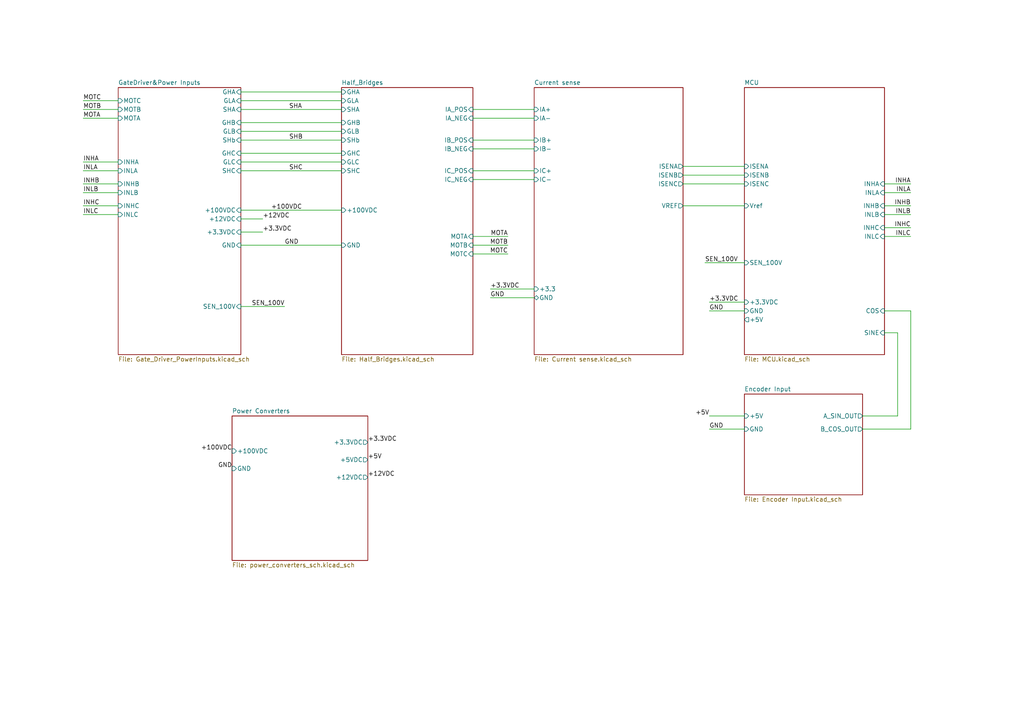
<source format=kicad_sch>
(kicad_sch
	(version 20250114)
	(generator "eeschema")
	(generator_version "9.0")
	(uuid "3e1046b6-e265-4cdd-8404-c358cfc105fe")
	(paper "A4")
	(title_block
		(date "2025-04-19")
		(rev "1")
	)
	(lib_symbols)
	(wire
		(pts
			(xy 24.13 49.53) (xy 34.29 49.53)
		)
		(stroke
			(width 0)
			(type default)
		)
		(uuid "0bb6813a-ef5a-4e9c-a838-3b4729bafff8")
	)
	(wire
		(pts
			(xy 137.16 34.29) (xy 154.94 34.29)
		)
		(stroke
			(width 0)
			(type default)
		)
		(uuid "14409c0d-1da1-442a-a239-5b29c52d79fc")
	)
	(wire
		(pts
			(xy 205.74 120.65) (xy 215.9 120.65)
		)
		(stroke
			(width 0)
			(type default)
		)
		(uuid "1d363c5d-ed17-424f-8d25-ea8ce4ccf227")
	)
	(wire
		(pts
			(xy 76.2 67.31) (xy 69.85 67.31)
		)
		(stroke
			(width 0)
			(type default)
		)
		(uuid "23c9ef9d-f132-4525-9463-744c9f87c575")
	)
	(wire
		(pts
			(xy 250.19 124.46) (xy 264.16 124.46)
		)
		(stroke
			(width 0)
			(type default)
		)
		(uuid "2998d84b-34f5-46cb-824f-3fd9cd677adb")
	)
	(wire
		(pts
			(xy 24.13 29.21) (xy 34.29 29.21)
		)
		(stroke
			(width 0)
			(type default)
		)
		(uuid "2cda8b61-ef0b-476b-91e9-06e740713639")
	)
	(wire
		(pts
			(xy 76.2 63.5) (xy 69.85 63.5)
		)
		(stroke
			(width 0)
			(type default)
		)
		(uuid "32e01962-6210-453a-b19b-9a2b467383e9")
	)
	(wire
		(pts
			(xy 69.85 60.96) (xy 99.06 60.96)
		)
		(stroke
			(width 0)
			(type default)
		)
		(uuid "37addac4-1c84-4706-86ee-dd08e8b87141")
	)
	(wire
		(pts
			(xy 69.85 40.64) (xy 99.06 40.64)
		)
		(stroke
			(width 0)
			(type default)
		)
		(uuid "38ef40ff-0e52-4e4d-be1d-e38ef90952f4")
	)
	(wire
		(pts
			(xy 69.85 46.99) (xy 99.06 46.99)
		)
		(stroke
			(width 0)
			(type default)
		)
		(uuid "3c8387a1-85bb-48d6-8fa9-b19178980d7e")
	)
	(wire
		(pts
			(xy 24.13 53.34) (xy 34.29 53.34)
		)
		(stroke
			(width 0)
			(type default)
		)
		(uuid "3d5011dd-3b57-4e3a-931f-54d68d8365db")
	)
	(wire
		(pts
			(xy 264.16 55.88) (xy 256.54 55.88)
		)
		(stroke
			(width 0)
			(type default)
		)
		(uuid "46c158cd-3bb0-48c7-a03e-05dce5b363e1")
	)
	(wire
		(pts
			(xy 205.74 124.46) (xy 215.9 124.46)
		)
		(stroke
			(width 0)
			(type default)
		)
		(uuid "47bcb596-e0ca-4192-9e86-64c4eec47222")
	)
	(wire
		(pts
			(xy 260.35 96.52) (xy 256.54 96.52)
		)
		(stroke
			(width 0)
			(type default)
		)
		(uuid "517056b9-f73b-48ad-ac48-48f84271f8aa")
	)
	(wire
		(pts
			(xy 137.16 52.07) (xy 154.94 52.07)
		)
		(stroke
			(width 0)
			(type default)
		)
		(uuid "55de407e-442c-47d9-befd-04ff83523eaf")
	)
	(wire
		(pts
			(xy 69.85 35.56) (xy 99.06 35.56)
		)
		(stroke
			(width 0)
			(type default)
		)
		(uuid "57f95698-0288-45b4-8f49-955f037d3073")
	)
	(wire
		(pts
			(xy 264.16 62.23) (xy 256.54 62.23)
		)
		(stroke
			(width 0)
			(type default)
		)
		(uuid "614c3ddf-02cd-456c-9c1c-d9b4a0a4d04f")
	)
	(wire
		(pts
			(xy 82.55 88.9) (xy 69.85 88.9)
		)
		(stroke
			(width 0)
			(type default)
		)
		(uuid "68397ead-5711-4253-b675-09b03ea9e730")
	)
	(wire
		(pts
			(xy 24.13 34.29) (xy 34.29 34.29)
		)
		(stroke
			(width 0)
			(type default)
		)
		(uuid "69df7254-88d4-490a-97fe-11731c3598ff")
	)
	(wire
		(pts
			(xy 24.13 62.23) (xy 34.29 62.23)
		)
		(stroke
			(width 0)
			(type default)
		)
		(uuid "6cdeb102-fae7-43a1-a724-1aaa59b80886")
	)
	(wire
		(pts
			(xy 69.85 26.67) (xy 99.06 26.67)
		)
		(stroke
			(width 0)
			(type default)
		)
		(uuid "6d255231-acc5-48ea-9968-56142c83a7c0")
	)
	(wire
		(pts
			(xy 69.85 31.75) (xy 99.06 31.75)
		)
		(stroke
			(width 0)
			(type default)
		)
		(uuid "6fadf8bb-5eef-42bd-8858-a5be91c01a6f")
	)
	(wire
		(pts
			(xy 256.54 90.17) (xy 264.16 90.17)
		)
		(stroke
			(width 0)
			(type default)
		)
		(uuid "72114586-5204-4c43-b5ed-fa9b1d1f027e")
	)
	(wire
		(pts
			(xy 137.16 49.53) (xy 154.94 49.53)
		)
		(stroke
			(width 0)
			(type default)
		)
		(uuid "78143685-0963-4f9d-b778-acb22a5ac42b")
	)
	(wire
		(pts
			(xy 69.85 49.53) (xy 99.06 49.53)
		)
		(stroke
			(width 0)
			(type default)
		)
		(uuid "785151b9-8a64-409f-b407-a57e61712271")
	)
	(wire
		(pts
			(xy 24.13 31.75) (xy 34.29 31.75)
		)
		(stroke
			(width 0)
			(type default)
		)
		(uuid "78850930-6c65-4420-8f07-59cddb32e1a2")
	)
	(wire
		(pts
			(xy 264.16 59.69) (xy 256.54 59.69)
		)
		(stroke
			(width 0)
			(type default)
		)
		(uuid "79e56349-ba87-47f2-ae5e-2a045e251c11")
	)
	(wire
		(pts
			(xy 137.16 40.64) (xy 154.94 40.64)
		)
		(stroke
			(width 0)
			(type default)
		)
		(uuid "7d7ae595-6ec5-4a0a-9ae5-e9adc179d3a0")
	)
	(wire
		(pts
			(xy 205.74 87.63) (xy 215.9 87.63)
		)
		(stroke
			(width 0)
			(type default)
		)
		(uuid "87715005-ff20-474b-81cf-9cfed17db1e1")
	)
	(wire
		(pts
			(xy 260.35 120.65) (xy 260.35 96.52)
		)
		(stroke
			(width 0)
			(type default)
		)
		(uuid "8788dacb-be67-4ff9-b993-9bc873f64c41")
	)
	(wire
		(pts
			(xy 198.12 53.34) (xy 215.9 53.34)
		)
		(stroke
			(width 0)
			(type default)
		)
		(uuid "87e2ea45-684f-401c-900f-cb525cff54ac")
	)
	(wire
		(pts
			(xy 198.12 59.69) (xy 215.9 59.69)
		)
		(stroke
			(width 0)
			(type default)
		)
		(uuid "951fb531-e14e-4fdf-9f97-3365bc76e843")
	)
	(wire
		(pts
			(xy 264.16 68.58) (xy 256.54 68.58)
		)
		(stroke
			(width 0)
			(type default)
		)
		(uuid "9522f6f4-c6d9-4748-ad92-8b3ff6d4c645")
	)
	(wire
		(pts
			(xy 198.12 50.8) (xy 215.9 50.8)
		)
		(stroke
			(width 0)
			(type default)
		)
		(uuid "975b0518-8ec9-468b-87f5-1ca67bca068e")
	)
	(wire
		(pts
			(xy 69.85 44.45) (xy 99.06 44.45)
		)
		(stroke
			(width 0)
			(type default)
		)
		(uuid "9ef0bc8e-e28e-4f60-bfe7-6ff788b5cbd4")
	)
	(wire
		(pts
			(xy 142.24 83.82) (xy 154.94 83.82)
		)
		(stroke
			(width 0)
			(type default)
		)
		(uuid "a3a1501d-7944-49c5-843c-f8a648d5d4d9")
	)
	(wire
		(pts
			(xy 24.13 46.99) (xy 34.29 46.99)
		)
		(stroke
			(width 0)
			(type default)
		)
		(uuid "a6ccab23-d161-405d-bb98-d3fffee89c6a")
	)
	(wire
		(pts
			(xy 137.16 43.18) (xy 154.94 43.18)
		)
		(stroke
			(width 0)
			(type default)
		)
		(uuid "ae2a31a2-9012-4927-b1af-316b72be4205")
	)
	(wire
		(pts
			(xy 264.16 90.17) (xy 264.16 124.46)
		)
		(stroke
			(width 0)
			(type default)
		)
		(uuid "ae88a0dc-0684-407f-bd44-867b5b4726e2")
	)
	(wire
		(pts
			(xy 250.19 120.65) (xy 260.35 120.65)
		)
		(stroke
			(width 0)
			(type default)
		)
		(uuid "b422a59a-b45d-4327-acda-3d90461f34fb")
	)
	(wire
		(pts
			(xy 69.85 29.21) (xy 99.06 29.21)
		)
		(stroke
			(width 0)
			(type default)
		)
		(uuid "bcc8cd99-7086-4d2d-a54a-f3ddce97c20d")
	)
	(wire
		(pts
			(xy 147.32 73.66) (xy 137.16 73.66)
		)
		(stroke
			(width 0)
			(type default)
		)
		(uuid "c036e8f8-9d4c-4d0d-87bd-bda99d5b5701")
	)
	(wire
		(pts
			(xy 69.85 71.12) (xy 99.06 71.12)
		)
		(stroke
			(width 0)
			(type default)
		)
		(uuid "c9829a5d-1aa2-4d61-93f7-1af7c5e7979c")
	)
	(wire
		(pts
			(xy 142.24 86.36) (xy 154.94 86.36)
		)
		(stroke
			(width 0)
			(type default)
		)
		(uuid "cd8368a3-4444-4e1e-a2f0-55467a099e25")
	)
	(wire
		(pts
			(xy 147.32 71.12) (xy 137.16 71.12)
		)
		(stroke
			(width 0)
			(type default)
		)
		(uuid "cfcb7a2f-957a-4be4-82b6-279b63d81fc2")
	)
	(wire
		(pts
			(xy 147.32 68.58) (xy 137.16 68.58)
		)
		(stroke
			(width 0)
			(type default)
		)
		(uuid "d46114a8-2f44-414e-888d-f70b8500e5f3")
	)
	(wire
		(pts
			(xy 204.47 76.2) (xy 215.9 76.2)
		)
		(stroke
			(width 0)
			(type default)
		)
		(uuid "d6a5b146-0d39-425e-966a-4f440f148870")
	)
	(wire
		(pts
			(xy 198.12 48.26) (xy 215.9 48.26)
		)
		(stroke
			(width 0)
			(type default)
		)
		(uuid "d727cde4-2463-48d0-8173-1c1ae53e6822")
	)
	(wire
		(pts
			(xy 137.16 31.75) (xy 154.94 31.75)
		)
		(stroke
			(width 0)
			(type default)
		)
		(uuid "d7b8c6f8-bff6-4824-b628-0b514e8df6ff")
	)
	(wire
		(pts
			(xy 24.13 55.88) (xy 34.29 55.88)
		)
		(stroke
			(width 0)
			(type default)
		)
		(uuid "e4ac54ca-2a48-4ea5-874b-a5f81615603e")
	)
	(wire
		(pts
			(xy 69.85 38.1) (xy 99.06 38.1)
		)
		(stroke
			(width 0)
			(type default)
		)
		(uuid "f0dcaed2-b9b8-4c10-b182-17db3d11ea80")
	)
	(wire
		(pts
			(xy 264.16 66.04) (xy 256.54 66.04)
		)
		(stroke
			(width 0)
			(type default)
		)
		(uuid "f341b796-f03f-4255-b22b-45d55e5ebadf")
	)
	(wire
		(pts
			(xy 24.13 59.69) (xy 34.29 59.69)
		)
		(stroke
			(width 0)
			(type default)
		)
		(uuid "f790812f-9b38-47a9-80df-43163d8a14de")
	)
	(wire
		(pts
			(xy 205.74 90.17) (xy 215.9 90.17)
		)
		(stroke
			(width 0)
			(type default)
		)
		(uuid "f9f4e13a-e7e7-4a08-a885-9576f6499038")
	)
	(wire
		(pts
			(xy 264.16 53.34) (xy 256.54 53.34)
		)
		(stroke
			(width 0)
			(type default)
		)
		(uuid "fa0b6977-2902-4212-bc7b-b01c0e4c20fd")
	)
	(label "GND"
		(at 205.74 90.17 0)
		(effects
			(font
				(size 1.27 1.27)
			)
			(justify left bottom)
		)
		(uuid "007c6620-3cc8-4364-9dda-1fb8253d54b8")
	)
	(label "MOTA"
		(at 147.32 68.58 180)
		(effects
			(font
				(size 1.27 1.27)
			)
			(justify right bottom)
		)
		(uuid "06f95d71-4d51-480c-86e4-6f1e17ae65a8")
	)
	(label "INHB"
		(at 24.13 53.34 0)
		(effects
			(font
				(size 1.27 1.27)
			)
			(justify left bottom)
		)
		(uuid "07b56982-c0fc-4b48-b791-bd819cfbbfb2")
	)
	(label "+3.3VDC"
		(at 106.68 128.27 0)
		(effects
			(font
				(size 1.27 1.27)
			)
			(justify left bottom)
		)
		(uuid "19c7f72c-c3c1-42a6-9df4-5a9fb4145265")
	)
	(label "MOTB"
		(at 147.32 71.12 180)
		(effects
			(font
				(size 1.27 1.27)
			)
			(justify right bottom)
		)
		(uuid "1b3574fe-8f44-4696-a71d-e6b55d7cd4b5")
	)
	(label "INLA"
		(at 24.13 49.53 0)
		(effects
			(font
				(size 1.27 1.27)
			)
			(justify left bottom)
		)
		(uuid "26898649-e1db-4896-ae45-655572342a8f")
	)
	(label "+12VDC"
		(at 106.68 138.43 0)
		(effects
			(font
				(size 1.27 1.27)
			)
			(justify left bottom)
		)
		(uuid "2de9fee2-8469-40c5-8879-0d9b9e8fe823")
	)
	(label "INLA"
		(at 264.16 55.88 180)
		(effects
			(font
				(size 1.27 1.27)
			)
			(justify right bottom)
		)
		(uuid "34955b5c-dada-438c-acd6-fa1080024ace")
	)
	(label "MOTB"
		(at 24.13 31.75 0)
		(effects
			(font
				(size 1.27 1.27)
			)
			(justify left bottom)
		)
		(uuid "3783ec5b-4f14-4a91-9f1f-4fdac0794ca4")
	)
	(label "+100VDC"
		(at 87.63 60.96 180)
		(effects
			(font
				(size 1.27 1.27)
			)
			(justify right bottom)
		)
		(uuid "437ef943-8b9a-452e-a0cc-b22d9f7d0607")
	)
	(label "SEN_100V"
		(at 204.47 76.2 0)
		(effects
			(font
				(size 1.27 1.27)
			)
			(justify left bottom)
		)
		(uuid "46d3f797-23d5-4b51-bde4-9e398c9e75b0")
	)
	(label "+5V"
		(at 106.68 133.35 0)
		(effects
			(font
				(size 1.27 1.27)
			)
			(justify left bottom)
		)
		(uuid "46ed56fc-1207-4144-9abf-48ee2099890d")
	)
	(label "SHC"
		(at 83.82 49.53 0)
		(effects
			(font
				(size 1.27 1.27)
			)
			(justify left bottom)
		)
		(uuid "4888a0e1-1461-4050-a2df-7882351ffd33")
	)
	(label "GND"
		(at 142.24 86.36 0)
		(effects
			(font
				(size 1.27 1.27)
			)
			(justify left bottom)
		)
		(uuid "51b8c7fa-7f6a-4c3d-9778-1045c54e6c89")
	)
	(label "+3.3VDC"
		(at 142.24 83.82 0)
		(effects
			(font
				(size 1.27 1.27)
			)
			(justify left bottom)
		)
		(uuid "51c3419a-c811-459e-a3e2-065f130d6543")
	)
	(label "SHB"
		(at 83.82 40.64 0)
		(effects
			(font
				(size 1.27 1.27)
			)
			(justify left bottom)
		)
		(uuid "5d9edee7-cfdb-46fb-ae07-1e1ab418cbb3")
	)
	(label "MOTA"
		(at 24.13 34.29 0)
		(effects
			(font
				(size 1.27 1.27)
			)
			(justify left bottom)
		)
		(uuid "65043e3e-c1c2-4ea3-940f-aca8723baf22")
	)
	(label "SHA"
		(at 87.63 31.75 180)
		(effects
			(font
				(size 1.27 1.27)
			)
			(justify right bottom)
		)
		(uuid "69588273-ef52-4ee6-ad30-1608b8f774cd")
	)
	(label "+3.3VDC"
		(at 205.74 87.63 0)
		(effects
			(font
				(size 1.27 1.27)
			)
			(justify left bottom)
		)
		(uuid "6dae1ac5-696d-483e-a740-72f55bc173cb")
	)
	(label "INHA"
		(at 24.13 46.99 0)
		(effects
			(font
				(size 1.27 1.27)
			)
			(justify left bottom)
		)
		(uuid "73d75eb8-5b8a-484a-8ff4-4bfa0c89536e")
	)
	(label "GND"
		(at 82.55 71.12 0)
		(effects
			(font
				(size 1.27 1.27)
			)
			(justify left bottom)
		)
		(uuid "75b95d07-a291-469d-a693-4d30de4da4d5")
	)
	(label "+3.3VDC"
		(at 76.2 67.31 0)
		(effects
			(font
				(size 1.27 1.27)
			)
			(justify left bottom)
		)
		(uuid "7a51b4a2-03f8-447b-b059-e02af718bcea")
	)
	(label "+12VDC"
		(at 76.2 63.5 0)
		(effects
			(font
				(size 1.27 1.27)
			)
			(justify left bottom)
		)
		(uuid "88933d16-af2b-41b0-86e3-7ac982cc6804")
	)
	(label "MOTC"
		(at 24.13 29.21 0)
		(effects
			(font
				(size 1.27 1.27)
			)
			(justify left bottom)
		)
		(uuid "8b1dcc58-d41a-45d0-a869-893f876c40ec")
	)
	(label "MOTC"
		(at 147.32 73.66 180)
		(effects
			(font
				(size 1.27 1.27)
			)
			(justify right bottom)
		)
		(uuid "8fda1b27-c211-4e79-98ee-2f07239615dd")
	)
	(label "GND"
		(at 205.74 124.46 0)
		(effects
			(font
				(size 1.27 1.27)
			)
			(justify left bottom)
		)
		(uuid "985a7f9e-bd1a-4c21-a8ee-be719ea4bb71")
	)
	(label "INLC"
		(at 264.16 68.58 180)
		(effects
			(font
				(size 1.27 1.27)
			)
			(justify right bottom)
		)
		(uuid "9869ff46-4a6f-4a22-85bc-057344d97cc9")
	)
	(label "SEN_100V"
		(at 82.55 88.9 180)
		(effects
			(font
				(size 1.27 1.27)
			)
			(justify right bottom)
		)
		(uuid "9be92621-2fda-4594-acb8-790a1f490816")
	)
	(label "INHC"
		(at 24.13 59.69 0)
		(effects
			(font
				(size 1.27 1.27)
			)
			(justify left bottom)
		)
		(uuid "af8ccd77-4cb7-4263-8e90-dcf357f7ba51")
	)
	(label "INHC"
		(at 264.16 66.04 180)
		(effects
			(font
				(size 1.27 1.27)
			)
			(justify right bottom)
		)
		(uuid "d5212538-0014-4ddd-9ea5-0d2f92f83732")
	)
	(label "INLC"
		(at 24.13 62.23 0)
		(effects
			(font
				(size 1.27 1.27)
			)
			(justify left bottom)
		)
		(uuid "dcd82ff9-ba02-4017-bcf9-5391849a46fa")
	)
	(label "INHA"
		(at 264.16 53.34 180)
		(effects
			(font
				(size 1.27 1.27)
			)
			(justify right bottom)
		)
		(uuid "df82fe0e-1bb7-4685-acf6-18874e158a9e")
	)
	(label "+100VDC"
		(at 67.31 130.81 180)
		(effects
			(font
				(size 1.27 1.27)
			)
			(justify right bottom)
		)
		(uuid "e4d7c631-4f8f-4def-9866-36e939d29dac")
	)
	(label "+5V"
		(at 205.74 120.65 180)
		(effects
			(font
				(size 1.27 1.27)
			)
			(justify right bottom)
		)
		(uuid "edb3542f-1b22-4ece-84e8-c2af9581a523")
	)
	(label "GND"
		(at 67.31 135.89 180)
		(effects
			(font
				(size 1.27 1.27)
			)
			(justify right bottom)
		)
		(uuid "efbf8d64-25d6-46cd-a68b-dfce21c3f653")
	)
	(label "INHB"
		(at 264.16 59.69 180)
		(effects
			(font
				(size 1.27 1.27)
			)
			(justify right bottom)
		)
		(uuid "f340a225-6f5e-44ad-8c57-c1c092dc501c")
	)
	(label "INLB"
		(at 264.16 62.23 180)
		(effects
			(font
				(size 1.27 1.27)
			)
			(justify right bottom)
		)
		(uuid "f761ba14-0adf-4bdd-ba58-6f772cca7698")
	)
	(label "INLB"
		(at 24.13 55.88 0)
		(effects
			(font
				(size 1.27 1.27)
			)
			(justify left bottom)
		)
		(uuid "fa67cf8f-90c9-4dbb-b9b9-e9b913206f96")
	)
	(sheet
		(at 34.29 25.4)
		(size 35.56 77.47)
		(exclude_from_sim no)
		(in_bom yes)
		(on_board yes)
		(dnp no)
		(fields_autoplaced yes)
		(stroke
			(width 0.1524)
			(type solid)
		)
		(fill
			(color 0 0 0 0.0000)
		)
		(uuid "03e2b942-8425-43a4-a33a-3293cc4215cb")
		(property "Sheetname" "GateDriver&Power Inputs"
			(at 34.29 24.6884 0)
			(effects
				(font
					(size 1.27 1.27)
				)
				(justify left bottom)
			)
		)
		(property "Sheetfile" "Gate_Driver_PowerInputs.kicad_sch"
			(at 34.29 103.4546 0)
			(effects
				(font
					(size 1.27 1.27)
				)
				(justify left top)
			)
		)
		(pin "MOTC" input
			(at 34.29 29.21 180)
			(uuid "36d9e6db-f770-4763-9098-3a1c7139de1f")
			(effects
				(font
					(size 1.27 1.27)
				)
				(justify left)
			)
		)
		(pin "MOTB" input
			(at 34.29 31.75 180)
			(uuid "b4a39533-c5fb-431c-9f5b-8d8ae0692254")
			(effects
				(font
					(size 1.27 1.27)
				)
				(justify left)
			)
		)
		(pin "+100VDC" input
			(at 69.85 60.96 0)
			(uuid "613f963f-17d7-4897-81b7-0c32f47af66e")
			(effects
				(font
					(size 1.27 1.27)
				)
				(justify right)
			)
		)
		(pin "MOTA" input
			(at 34.29 34.29 180)
			(uuid "d9740e95-4b2a-4c19-931c-16f85843ad95")
			(effects
				(font
					(size 1.27 1.27)
				)
				(justify left)
			)
		)
		(pin "GLA" input
			(at 69.85 29.21 0)
			(uuid "c7333463-a745-49dc-a018-4a6574953e79")
			(effects
				(font
					(size 1.27 1.27)
				)
				(justify right)
			)
		)
		(pin "SHA" input
			(at 69.85 31.75 0)
			(uuid "c48e311c-9875-4ed6-a859-4e560d02a3a3")
			(effects
				(font
					(size 1.27 1.27)
				)
				(justify right)
			)
		)
		(pin "GHA" input
			(at 69.85 26.67 0)
			(uuid "2fd337ec-f4ea-4f9c-8534-a8654454a7f8")
			(effects
				(font
					(size 1.27 1.27)
				)
				(justify right)
			)
		)
		(pin "SHb" input
			(at 69.85 40.64 0)
			(uuid "4959addb-5b71-4292-a426-5296e70f9b03")
			(effects
				(font
					(size 1.27 1.27)
				)
				(justify right)
			)
		)
		(pin "SHC" input
			(at 69.85 49.53 0)
			(uuid "b2082b14-2dca-419e-9d55-4d532aed2cae")
			(effects
				(font
					(size 1.27 1.27)
				)
				(justify right)
			)
		)
		(pin "GHC" input
			(at 69.85 44.45 0)
			(uuid "96d5900b-e28d-4922-a763-e85843f802d4")
			(effects
				(font
					(size 1.27 1.27)
				)
				(justify right)
			)
		)
		(pin "GHB" input
			(at 69.85 35.56 0)
			(uuid "51b82590-ae31-480c-9584-8111a15d189d")
			(effects
				(font
					(size 1.27 1.27)
				)
				(justify right)
			)
		)
		(pin "GLB" input
			(at 69.85 38.1 0)
			(uuid "17ffa565-c4e0-4206-969d-51a3533f68e1")
			(effects
				(font
					(size 1.27 1.27)
				)
				(justify right)
			)
		)
		(pin "GLC" input
			(at 69.85 46.99 0)
			(uuid "0049d129-345c-437b-b4b6-91dd5c14cf97")
			(effects
				(font
					(size 1.27 1.27)
				)
				(justify right)
			)
		)
		(pin "GND" input
			(at 69.85 71.12 0)
			(uuid "6522412d-c973-4f71-ba24-31ff5a0b1fe9")
			(effects
				(font
					(size 1.27 1.27)
				)
				(justify right)
			)
		)
		(pin "INLC" input
			(at 34.29 62.23 180)
			(uuid "1dd64938-f439-49c3-b42b-ff1510c46c80")
			(effects
				(font
					(size 1.27 1.27)
				)
				(justify left)
			)
		)
		(pin "INLB" input
			(at 34.29 55.88 180)
			(uuid "078e69a6-1a48-4104-a5d7-542aff8264f2")
			(effects
				(font
					(size 1.27 1.27)
				)
				(justify left)
			)
		)
		(pin "INLA" input
			(at 34.29 49.53 180)
			(uuid "5a5bcc94-7b5e-439a-bc55-41fb88606562")
			(effects
				(font
					(size 1.27 1.27)
				)
				(justify left)
			)
		)
		(pin "INHC" input
			(at 34.29 59.69 180)
			(uuid "841a3c04-14f8-481c-be0f-0a863bef1aec")
			(effects
				(font
					(size 1.27 1.27)
				)
				(justify left)
			)
		)
		(pin "+12VDC" input
			(at 69.85 63.5 0)
			(uuid "e1f5c182-885f-4d20-9b7a-49e48db23270")
			(effects
				(font
					(size 1.27 1.27)
				)
				(justify right)
			)
		)
		(pin "+3.3VDC" input
			(at 69.85 67.31 0)
			(uuid "f55fbe5c-e7b0-4a65-b13b-be33c329961a")
			(effects
				(font
					(size 1.27 1.27)
				)
				(justify right)
			)
		)
		(pin "SEN_100V" input
			(at 69.85 88.9 0)
			(uuid "3ad2a47a-55b0-49be-b6b0-5783395fe753")
			(effects
				(font
					(size 1.27 1.27)
				)
				(justify right)
			)
		)
		(pin "INHA" input
			(at 34.29 46.99 180)
			(uuid "eb4e04a2-f021-44e4-a8c7-2089370deebd")
			(effects
				(font
					(size 1.27 1.27)
				)
				(justify left)
			)
		)
		(pin "INHB" input
			(at 34.29 53.34 180)
			(uuid "4629bd5d-70cc-4d0c-b698-d74c7bf7aab3")
			(effects
				(font
					(size 1.27 1.27)
				)
				(justify left)
			)
		)
		(instances
			(project "Custom Inverter PCB"
				(path "/3e1046b6-e265-4cdd-8404-c358cfc105fe"
					(page "2")
				)
			)
		)
	)
	(sheet
		(at 215.9 25.4)
		(size 40.64 77.47)
		(exclude_from_sim no)
		(in_bom yes)
		(on_board yes)
		(dnp no)
		(fields_autoplaced yes)
		(stroke
			(width 0.1524)
			(type solid)
		)
		(fill
			(color 0 0 0 0.0000)
		)
		(uuid "0b285de8-9ee2-45ab-8a02-21d3047a383b")
		(property "Sheetname" "MCU"
			(at 215.9 24.6884 0)
			(effects
				(font
					(size 1.27 1.27)
				)
				(justify left bottom)
			)
		)
		(property "Sheetfile" "MCU.kicad_sch"
			(at 215.9 103.4546 0)
			(effects
				(font
					(size 1.27 1.27)
				)
				(justify left top)
			)
		)
		(pin "INLB" input
			(at 256.54 62.23 0)
			(uuid "623ad624-315c-4e4a-b6e5-bc1716c0a3cb")
			(effects
				(font
					(size 1.27 1.27)
				)
				(justify right)
			)
		)
		(pin "INLC" input
			(at 256.54 68.58 0)
			(uuid "79e5c956-5f1c-4af5-a935-b20b86930e72")
			(effects
				(font
					(size 1.27 1.27)
				)
				(justify right)
			)
		)
		(pin "ISENC" input
			(at 215.9 53.34 180)
			(uuid "e11552ee-9d80-4c24-97e6-21b27cee1127")
			(effects
				(font
					(size 1.27 1.27)
				)
				(justify left)
			)
		)
		(pin "ISENB" input
			(at 215.9 50.8 180)
			(uuid "2472a1eb-b6be-4337-9abf-2c6bca803732")
			(effects
				(font
					(size 1.27 1.27)
				)
				(justify left)
			)
		)
		(pin "ISENA" input
			(at 215.9 48.26 180)
			(uuid "e42b6ab1-88f0-47f6-8937-2b70a6509252")
			(effects
				(font
					(size 1.27 1.27)
				)
				(justify left)
			)
		)
		(pin "SEN_100V" input
			(at 215.9 76.2 180)
			(uuid "7535a667-4e87-48a8-bdbe-85a689855a21")
			(effects
				(font
					(size 1.27 1.27)
				)
				(justify left)
			)
		)
		(pin "+3.3VDC" input
			(at 215.9 87.63 180)
			(uuid "aa613454-438b-46f0-a428-fbf5c7391a70")
			(effects
				(font
					(size 1.27 1.27)
				)
				(justify left)
			)
		)
		(pin "GND" input
			(at 215.9 90.17 180)
			(uuid "38a83c41-a66a-423b-ab78-876f6273a6c2")
			(effects
				(font
					(size 1.27 1.27)
				)
				(justify left)
			)
		)
		(pin "INHA" input
			(at 256.54 53.34 0)
			(uuid "260b650d-6f3c-4684-8014-13e778d89575")
			(effects
				(font
					(size 1.27 1.27)
				)
				(justify right)
			)
		)
		(pin "INHB" input
			(at 256.54 59.69 0)
			(uuid "e0fa59a5-eeeb-4432-81ac-0de314cd222e")
			(effects
				(font
					(size 1.27 1.27)
				)
				(justify right)
			)
		)
		(pin "INHC" input
			(at 256.54 66.04 0)
			(uuid "16f86507-7dc1-49f0-a9ef-2c56197e1d9b")
			(effects
				(font
					(size 1.27 1.27)
				)
				(justify right)
			)
		)
		(pin "INLA" input
			(at 256.54 55.88 0)
			(uuid "5ccee9a9-922e-4d4c-963f-156dca2ddd4d")
			(effects
				(font
					(size 1.27 1.27)
				)
				(justify right)
			)
		)
		(pin "Vref" input
			(at 215.9 59.69 180)
			(uuid "1ca9f20c-96ff-4fbb-b2f4-b76a87f80edd")
			(effects
				(font
					(size 1.27 1.27)
				)
				(justify left)
			)
		)
		(pin "+5V" output
			(at 215.9 92.71 180)
			(uuid "dc55b8ea-7825-4507-8a94-933407af6837")
			(effects
				(font
					(size 1.27 1.27)
				)
				(justify left)
			)
		)
		(pin "COS" input
			(at 256.54 90.17 0)
			(uuid "b80e40d2-2664-4081-b65f-754c86fca74f")
			(effects
				(font
					(size 1.27 1.27)
				)
				(justify right)
			)
		)
		(pin "SINE" input
			(at 256.54 96.52 0)
			(uuid "374fc3e4-53cf-422e-91aa-53b27f591a62")
			(effects
				(font
					(size 1.27 1.27)
				)
				(justify right)
			)
		)
		(instances
			(project "Custom Inverter PCB"
				(path "/3e1046b6-e265-4cdd-8404-c358cfc105fe"
					(page "3")
				)
			)
		)
	)
	(sheet
		(at 67.31 120.65)
		(size 39.37 41.91)
		(exclude_from_sim no)
		(in_bom yes)
		(on_board yes)
		(dnp no)
		(fields_autoplaced yes)
		(stroke
			(width 0.1524)
			(type solid)
		)
		(fill
			(color 0 0 0 0.0000)
		)
		(uuid "307b2ae8-2aa0-44b1-9267-420e6d92e26f")
		(property "Sheetname" "Power Converters"
			(at 67.31 119.9384 0)
			(effects
				(font
					(size 1.27 1.27)
				)
				(justify left bottom)
			)
		)
		(property "Sheetfile" "power_converters_sch.kicad_sch"
			(at 67.31 163.1446 0)
			(effects
				(font
					(size 1.27 1.27)
				)
				(justify left top)
			)
		)
		(pin "+3.3VDC" output
			(at 106.68 128.27 0)
			(uuid "a782d53c-f43b-4693-b0d5-c92b8231fde2")
			(effects
				(font
					(size 1.27 1.27)
				)
				(justify right)
			)
		)
		(pin "+5VDC" output
			(at 106.68 133.35 0)
			(uuid "106c83d4-ea72-42a9-ac6e-c79de8c022ae")
			(effects
				(font
					(size 1.27 1.27)
				)
				(justify right)
			)
		)
		(pin "+12VDC" output
			(at 106.68 138.43 0)
			(uuid "25a729cf-3143-44d4-b8f5-a3841e66835d")
			(effects
				(font
					(size 1.27 1.27)
				)
				(justify right)
			)
		)
		(pin "+100VDC" input
			(at 67.31 130.81 180)
			(uuid "5f86b315-494c-48c9-944e-76cc4e913b4c")
			(effects
				(font
					(size 1.27 1.27)
				)
				(justify left)
			)
		)
		(pin "GND" input
			(at 67.31 135.89 180)
			(uuid "804df2cb-cb7d-4b77-ab7a-89c891f9cbf4")
			(effects
				(font
					(size 1.27 1.27)
				)
				(justify left)
			)
		)
		(instances
			(project "Custom Inverter PCB"
				(path "/3e1046b6-e265-4cdd-8404-c358cfc105fe"
					(page "7")
				)
			)
		)
	)
	(sheet
		(at 215.9 114.3)
		(size 34.29 29.21)
		(exclude_from_sim no)
		(in_bom yes)
		(on_board yes)
		(dnp no)
		(fields_autoplaced yes)
		(stroke
			(width 0.1524)
			(type solid)
		)
		(fill
			(color 0 0 0 0.0000)
		)
		(uuid "b97c4033-3e4d-4eed-9d6e-e3e54b51d869")
		(property "Sheetname" "Encoder Input"
			(at 215.9 113.5884 0)
			(effects
				(font
					(size 1.27 1.27)
				)
				(justify left bottom)
			)
		)
		(property "Sheetfile" "Encoder Input.kicad_sch"
			(at 215.9 144.0946 0)
			(effects
				(font
					(size 1.27 1.27)
				)
				(justify left top)
			)
		)
		(pin "+5V" input
			(at 215.9 120.65 180)
			(uuid "f8e7300e-0de7-4ed5-8a6e-6c5b4020ac30")
			(effects
				(font
					(size 1.27 1.27)
				)
				(justify left)
			)
		)
		(pin "A_SIN_OUT" output
			(at 250.19 120.65 0)
			(uuid "4c54cc81-0e01-4ebe-8ff5-e02781f8f59d")
			(effects
				(font
					(size 1.27 1.27)
				)
				(justify right)
			)
		)
		(pin "B_COS_OUT" output
			(at 250.19 124.46 0)
			(uuid "da5f57c1-74c7-423c-8322-0eadf2084620")
			(effects
				(font
					(size 1.27 1.27)
				)
				(justify right)
			)
		)
		(pin "GND" input
			(at 215.9 124.46 180)
			(uuid "e53c84ba-b28e-4445-86f1-d30a6b714ad2")
			(effects
				(font
					(size 1.27 1.27)
				)
				(justify left)
			)
		)
		(instances
			(project "Custom Inverter PCB"
				(path "/3e1046b6-e265-4cdd-8404-c358cfc105fe"
					(page "6")
				)
			)
		)
	)
	(sheet
		(at 99.06 25.4)
		(size 38.1 77.47)
		(exclude_from_sim no)
		(in_bom yes)
		(on_board yes)
		(dnp no)
		(fields_autoplaced yes)
		(stroke
			(width 0.1524)
			(type solid)
		)
		(fill
			(color 0 0 0 0.0000)
		)
		(uuid "dd00afae-8344-4250-8f9c-c68c6680e783")
		(property "Sheetname" "Half_Bridges"
			(at 99.06 24.6884 0)
			(effects
				(font
					(size 1.27 1.27)
				)
				(justify left bottom)
			)
		)
		(property "Sheetfile" "Half_Bridges.kicad_sch"
			(at 99.06 103.4546 0)
			(effects
				(font
					(size 1.27 1.27)
				)
				(justify left top)
			)
		)
		(pin "MOTB" input
			(at 137.16 71.12 0)
			(uuid "f0e4d035-2b53-4605-b59f-9c52f7ab0b87")
			(effects
				(font
					(size 1.27 1.27)
				)
				(justify right)
			)
		)
		(pin "GND" input
			(at 99.06 71.12 180)
			(uuid "a1e028cf-b981-4828-a4dc-4b68d0649eaf")
			(effects
				(font
					(size 1.27 1.27)
				)
				(justify left)
			)
		)
		(pin "MOTA" input
			(at 137.16 68.58 0)
			(uuid "350e5ae6-0dfd-4dc6-aa5f-05bbe0528b52")
			(effects
				(font
					(size 1.27 1.27)
				)
				(justify right)
			)
		)
		(pin "MOTC" input
			(at 137.16 73.66 0)
			(uuid "79ae28a7-178d-4fd2-a14b-1a14126c1f55")
			(effects
				(font
					(size 1.27 1.27)
				)
				(justify right)
			)
		)
		(pin "+100VDC" input
			(at 99.06 60.96 180)
			(uuid "c80243b2-1510-4b11-9238-12bdd681dda9")
			(effects
				(font
					(size 1.27 1.27)
				)
				(justify left)
			)
		)
		(pin "GHA" input
			(at 99.06 26.67 180)
			(uuid "2cf71a4e-652e-48f5-8acd-e211e462c545")
			(effects
				(font
					(size 1.27 1.27)
				)
				(justify left)
			)
		)
		(pin "SHA" input
			(at 99.06 31.75 180)
			(uuid "254ae0d5-8d8d-4117-91e0-1a6eede29100")
			(effects
				(font
					(size 1.27 1.27)
				)
				(justify left)
			)
		)
		(pin "GHB" input
			(at 99.06 35.56 180)
			(uuid "a014e2cb-d207-4afd-87e2-cd6dec480054")
			(effects
				(font
					(size 1.27 1.27)
				)
				(justify left)
			)
		)
		(pin "SHb" input
			(at 99.06 40.64 180)
			(uuid "2f04221e-0a5d-4c5b-9da1-df2420c26f7b")
			(effects
				(font
					(size 1.27 1.27)
				)
				(justify left)
			)
		)
		(pin "GLA" input
			(at 99.06 29.21 180)
			(uuid "95589d40-d8e1-47a0-884a-d4b3652cbc06")
			(effects
				(font
					(size 1.27 1.27)
				)
				(justify left)
			)
		)
		(pin "GHC" input
			(at 99.06 44.45 180)
			(uuid "835e8b9e-67f5-4bd8-b03d-8e828ff59748")
			(effects
				(font
					(size 1.27 1.27)
				)
				(justify left)
			)
		)
		(pin "GLC" input
			(at 99.06 46.99 180)
			(uuid "45612007-a09f-4405-9b21-a58f2c7f96db")
			(effects
				(font
					(size 1.27 1.27)
				)
				(justify left)
			)
		)
		(pin "GLB" input
			(at 99.06 38.1 180)
			(uuid "b7e22100-4570-4d41-aa0a-8dc4b42406b4")
			(effects
				(font
					(size 1.27 1.27)
				)
				(justify left)
			)
		)
		(pin "SHC" input
			(at 99.06 49.53 180)
			(uuid "125c789e-66ab-45dc-85e3-bedabf6e3fda")
			(effects
				(font
					(size 1.27 1.27)
				)
				(justify left)
			)
		)
		(pin "IC_POS" input
			(at 137.16 49.53 0)
			(uuid "49d56c88-e253-43d5-ae1d-d26462c19e3d")
			(effects
				(font
					(size 1.27 1.27)
				)
				(justify right)
			)
		)
		(pin "IC_NEG" input
			(at 137.16 52.07 0)
			(uuid "8feb8dd4-8efc-4552-be9a-89f163c86af3")
			(effects
				(font
					(size 1.27 1.27)
				)
				(justify right)
			)
		)
		(pin "IB_NEG" input
			(at 137.16 43.18 0)
			(uuid "ee2ef192-8bca-497e-9a09-5a5aa8d1c6c5")
			(effects
				(font
					(size 1.27 1.27)
				)
				(justify right)
			)
		)
		(pin "IA_POS" input
			(at 137.16 31.75 0)
			(uuid "cf452b81-c003-4049-bf01-24cd52028991")
			(effects
				(font
					(size 1.27 1.27)
				)
				(justify right)
			)
		)
		(pin "IB_POS" input
			(at 137.16 40.64 0)
			(uuid "56ceb247-7a88-44ab-8570-8b272e1607cd")
			(effects
				(font
					(size 1.27 1.27)
				)
				(justify right)
			)
		)
		(pin "IA_NEG" input
			(at 137.16 34.29 0)
			(uuid "96aa98d8-1080-45d6-a95d-ad3ee61b5edd")
			(effects
				(font
					(size 1.27 1.27)
				)
				(justify right)
			)
		)
		(instances
			(project "Custom Inverter PCB"
				(path "/3e1046b6-e265-4cdd-8404-c358cfc105fe"
					(page "4")
				)
			)
		)
	)
	(sheet
		(at 154.94 25.4)
		(size 43.18 77.47)
		(exclude_from_sim no)
		(in_bom yes)
		(on_board yes)
		(dnp no)
		(fields_autoplaced yes)
		(stroke
			(width 0.1524)
			(type solid)
		)
		(fill
			(color 0 0 0 0.0000)
		)
		(uuid "e039760a-c2fc-41b5-a14f-4a36fa20d96b")
		(property "Sheetname" "Current sense"
			(at 154.94 24.6884 0)
			(effects
				(font
					(size 1.27 1.27)
				)
				(justify left bottom)
			)
		)
		(property "Sheetfile" "Current sense.kicad_sch"
			(at 154.94 103.4546 0)
			(effects
				(font
					(size 1.27 1.27)
				)
				(justify left top)
			)
		)
		(pin "+3.3" input
			(at 154.94 83.82 180)
			(uuid "29090f12-e14d-4494-a33d-803e15bae251")
			(effects
				(font
					(size 1.27 1.27)
				)
				(justify left)
			)
		)
		(pin "IB+" input
			(at 154.94 40.64 180)
			(uuid "a7953202-ffe4-4554-b723-b45e1241876d")
			(effects
				(font
					(size 1.27 1.27)
				)
				(justify left)
			)
		)
		(pin "ISENB" output
			(at 198.12 50.8 0)
			(uuid "b25dea87-6940-458d-95bb-eedd1de106b3")
			(effects
				(font
					(size 1.27 1.27)
				)
				(justify right)
			)
		)
		(pin "IC-" input
			(at 154.94 52.07 180)
			(uuid "3a0a62d7-9626-449a-8bcf-b44f118a44c6")
			(effects
				(font
					(size 1.27 1.27)
				)
				(justify left)
			)
		)
		(pin "ISENA" output
			(at 198.12 48.26 0)
			(uuid "f2a1b374-c6f7-49f0-beb4-913524510146")
			(effects
				(font
					(size 1.27 1.27)
				)
				(justify right)
			)
		)
		(pin "GND" bidirectional
			(at 154.94 86.36 180)
			(uuid "1a72eaf1-fcf5-41bb-94a1-5df01a6fa834")
			(effects
				(font
					(size 1.27 1.27)
				)
				(justify left)
			)
		)
		(pin "IA+" input
			(at 154.94 31.75 180)
			(uuid "99300fa0-979d-4348-a759-5531ad9f3b8f")
			(effects
				(font
					(size 1.27 1.27)
				)
				(justify left)
			)
		)
		(pin "IA-" input
			(at 154.94 34.29 180)
			(uuid "f1c0f8d2-257e-40ac-9337-ef3ed2b6d047")
			(effects
				(font
					(size 1.27 1.27)
				)
				(justify left)
			)
		)
		(pin "IC+" input
			(at 154.94 49.53 180)
			(uuid "5cbf3844-5ee1-4c20-adc7-6c07b888abb2")
			(effects
				(font
					(size 1.27 1.27)
				)
				(justify left)
			)
		)
		(pin "ISENC" output
			(at 198.12 53.34 0)
			(uuid "90ac659f-bee1-44ea-85e9-29e65f227a0b")
			(effects
				(font
					(size 1.27 1.27)
				)
				(justify right)
			)
		)
		(pin "IB-" input
			(at 154.94 43.18 180)
			(uuid "4dc01be0-fdc5-4e92-af81-bd6fc03d1c5c")
			(effects
				(font
					(size 1.27 1.27)
				)
				(justify left)
			)
		)
		(pin "VREF" output
			(at 198.12 59.69 0)
			(uuid "cc4cf3db-5ca5-425b-a868-31df83d13c57")
			(effects
				(font
					(size 1.27 1.27)
				)
				(justify right)
			)
		)
		(instances
			(project "Custom Inverter PCB"
				(path "/3e1046b6-e265-4cdd-8404-c358cfc105fe"
					(page "5")
				)
			)
		)
	)
	(sheet_instances
		(path "/"
			(page "1")
		)
	)
	(embedded_fonts no)
)

</source>
